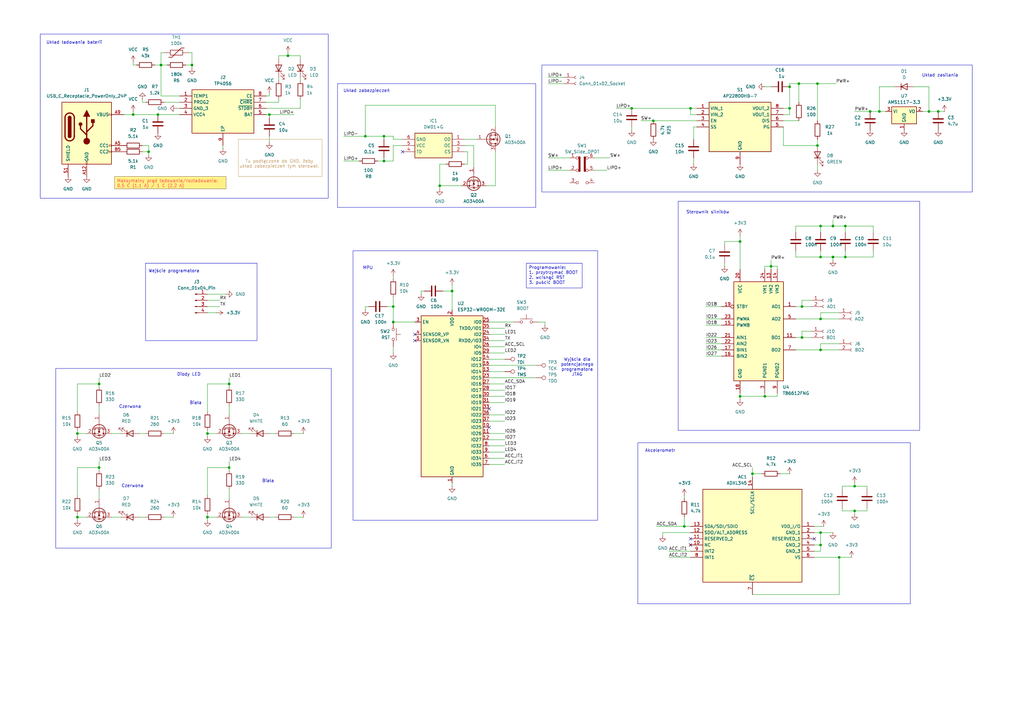
<source format=kicad_sch>
(kicad_sch (version 20231120) (generator "eeschema") (generator_version "8.0")
  (paper "A3")
  (title_block (title "Mini RC Car") (date "2024-11-25") (rev "1.0.0") (company "Igor Santarek, Kamil Lewiński"))
  (junction (at 341.63 92.71))
  (junction (at 336.55 218.44))
  (junction (at 157.48 55.88))
  (junction (at 40.64 157.48))
  (junction (at 110.49 46.99))
  (junction (at 267.97 49.53))
  (junction (at 31.75 212.09))
  (junction (at 60.96 62.23))
  (junction (at 180.34 76.2))
  (junction (at 54.61 46.99))
  (junction (at 323.85 35.56))
  (junction (at 85.09 212.09))
  (junction (at 336.55 143.51))
  (junction (at 161.29 132.08))
  (junction (at 185.42 119.38))
  (junction (at 336.55 105.41))
  (junction (at 161.29 125.73))
  (junction (at 118.11 22.86))
  (junction (at 341.63 105.41))
  (junction (at 335.28 59.69))
  (junction (at 85.09 177.8))
  (junction (at 93.98 191.77))
  (junction (at 323.85 44.45))
  (junction (at 93.98 157.48))
  (junction (at 303.53 99.06))
  (junction (at 350.52 199.39))
  (junction (at 313.69 162.56))
  (junction (at 157.48 66.04))
  (junction (at 344.17 228.6))
  (junction (at 346.71 105.41))
  (junction (at 149.86 55.88))
  (junction (at 316.23 109.22))
  (junction (at 66.04 26.67))
  (junction (at 336.55 130.81))
  (junction (at 328.93 138.43))
  (junction (at 328.93 125.73))
  (junction (at 40.64 191.77))
  (junction (at 356.87 45.72))
  (junction (at 259.08 44.45))
  (junction (at 64.77 46.99))
  (junction (at 336.55 223.52))
  (junction (at 335.28 34.29))
  (junction (at 31.75 177.8))
  (junction (at 78.74 26.67))
  (junction (at 327.66 34.29))
  (junction (at 283.21 44.45))
  (junction (at 280.67 215.9))
  (junction (at 308.61 194.31))
  (junction (at 384.81 45.72))
  (junction (at 336.55 92.71))
  (junction (at 381 45.72))
  (junction (at 303.53 162.56))
  (junction (at 346.71 92.71))
  (junction (at 350.52 209.55))
  (junction (at 360.68 45.72))
  (no_connect (at 200.66 175.26))
  (no_connect (at 200.66 167.64))
  (no_connect (at 170.18 139.7))
  (no_connect (at 283.21 220.98))
  (no_connect (at 170.18 137.16))
  (no_connect (at 334.01 220.98))
  (no_connect (at 283.21 223.52))
  (no_connect (at 165.1 62.23))
  (wire (pts (xy 120.65 177.8) (xy 124.46 177.8)))
  (wire (pts (xy 332.74 123.19) (xy 328.93 123.19)))
  (wire (pts (xy 40.64 189.23) (xy 40.64 191.77)))
  (wire (pts (xy 200.66 172.72) (xy 207.01 172.72)))
  (wire (pts (xy 93.98 191.77) (xy 93.98 193.04)))
  (wire (pts (xy 289.56 133.35) (xy 295.91 133.35)))
  (wire (pts (xy 78.74 21.59) (xy 78.74 26.67)))
  (wire (pts (xy 335.28 34.29) (xy 342.9 34.29)))
  (wire (pts (xy 151.13 125.73) (xy 149.86 125.73)))
  (wire (pts (xy 336.55 218.44) (xy 334.01 218.44)))
  (wire (pts (xy 200.66 134.62) (xy 207.01 134.62)))
  (wire (pts (xy 336.55 92.71) (xy 336.55 95.25)))
  (wire (pts (xy 58.42 40.64) (xy 58.42 41.91)))
  (wire (pts (xy 274.32 228.6) (xy 283.21 228.6)))
  (wire (pts (xy 110.49 55.88) (xy 110.49 58.42)))
  (wire (pts (xy 31.75 157.48) (xy 40.64 157.48)))
  (wire (pts (xy 161.29 113.03) (xy 161.29 114.3)))
  (wire (pts (xy 344.17 243.84) (xy 308.61 243.84)))
  (wire (pts (xy 54.61 26.67) (xy 54.61 25.4)))
  (wire (pts (xy 93.98 166.37) (xy 93.98 170.18)))
  (wire (pts (xy 381 35.56) (xy 381 45.72)))
  (wire (pts (xy 346.71 92.71) (xy 358.14 92.71)))
  (wire (pts (xy 200.66 177.8) (xy 207.01 177.8)))
  (wire (pts (xy 149.86 125.73) (xy 149.86 127)))
  (wire (pts (xy 161.29 57.15) (xy 165.1 57.15)))
  (wire (pts (xy 336.55 92.71) (xy 341.63 92.71)))
  (wire (pts (xy 336.55 226.06) (xy 334.01 226.06)))
  (wire (pts (xy 67.31 41.91) (xy 73.66 41.91)))
  (wire (pts (xy 341.63 105.41) (xy 341.63 106.68)))
  (wire (pts (xy 220.98 132.08) (xy 223.52 132.08)))
  (wire (pts (xy 109.22 44.45) (xy 123.19 44.45)))
  (wire (pts (xy 259.08 52.07) (xy 259.08 53.34)))
  (wire (pts (xy 67.31 212.09) (xy 71.12 212.09)))
  (wire (pts (xy 72.39 44.45) (xy 73.66 44.45)))
  (wire (pts (xy 336.55 105.41) (xy 341.63 105.41)))
  (wire (pts (xy 326.39 92.71) (xy 326.39 95.25)))
  (wire (pts (xy 114.3 31.75) (xy 114.3 33.02)))
  (wire (pts (xy 161.29 132.08) (xy 161.29 125.73)))
  (wire (pts (xy 200.66 160.02) (xy 207.01 160.02)))
  (wire (pts (xy 280.67 204.47) (xy 280.67 203.2)))
  (wire (pts (xy 99.06 177.8) (xy 102.87 177.8)))
  (wire (pts (xy 85.09 128.27) (xy 88.9 128.27)))
  (wire (pts (xy 284.48 52.07) (xy 285.75 52.07)))
  (wire (pts (xy 303.53 162.56) (xy 303.53 163.83)))
  (wire (pts (xy 318.77 109.22) (xy 318.77 110.49)))
  (wire (pts (xy 341.63 90.17) (xy 341.63 92.71)))
  (wire (pts (xy 356.87 45.72) (xy 360.68 45.72)))
  (wire (pts (xy 189.23 76.2) (xy 180.34 76.2)))
  (wire (pts (xy 262.89 49.53) (xy 267.97 49.53)))
  (wire (pts (xy 223.52 132.08) (xy 223.52 133.35)))
  (wire (pts (xy 58.42 62.23) (xy 60.96 62.23)))
  (wire (pts (xy 31.75 179.07) (xy 31.75 177.8)))
  (wire (pts (xy 289.56 138.43) (xy 295.91 138.43)))
  (wire (pts (xy 66.04 26.67) (xy 68.58 26.67)))
  (wire (pts (xy 67.31 21.59) (xy 66.04 21.59)))
  (wire (pts (xy 355.6 209.55) (xy 350.52 209.55)))
  (wire (pts (xy 313.69 162.56) (xy 313.69 161.29)))
  (wire (pts (xy 345.44 199.39) (xy 345.44 200.66)))
  (wire (pts (xy 326.39 105.41) (xy 336.55 105.41)))
  (wire (pts (xy 180.34 67.31) (xy 180.34 76.2)))
  (wire (pts (xy 181.61 119.38) (xy 185.42 119.38)))
  (wire (pts (xy 374.65 35.56) (xy 381 35.56)))
  (wire (pts (xy 328.93 125.73) (xy 332.74 125.73)))
  (wire (pts (xy 345.44 199.39) (xy 350.52 199.39)))
  (wire (pts (xy 85.09 179.07) (xy 85.09 177.8)))
  (wire (pts (xy 58.42 59.69) (xy 60.96 59.69)))
  (wire (pts (xy 224.79 69.85) (xy 233.68 69.85)))
  (wire (pts (xy 344.17 140.97) (xy 336.55 140.97)))
  (wire (pts (xy 180.34 77.47) (xy 180.34 76.2)))
  (wire (pts (xy 308.61 194.31) (xy 308.61 195.58)))
  (wire (pts (xy 336.55 143.51) (xy 344.17 143.51)))
  (wire (pts (xy 31.75 213.36) (xy 31.75 212.09)))
  (wire (pts (xy 283.21 46.99) (xy 285.75 46.99)))
  (wire (pts (xy 367.03 35.56) (xy 360.68 35.56)))
  (wire (pts (xy 303.53 161.29) (xy 303.53 162.56)))
  (wire (pts (xy 336.55 140.97) (xy 336.55 143.51)))
  (wire (pts (xy 85.09 176.53) (xy 85.09 177.8)))
  (wire (pts (xy 337.82 215.9) (xy 334.01 215.9)))
  (wire (pts (xy 190.5 59.69) (xy 194.31 59.69)))
  (wire (pts (xy 344.17 128.27) (xy 336.55 128.27)))
  (wire (pts (xy 321.31 44.45) (xy 323.85 44.45)))
  (wire (pts (xy 123.19 22.86) (xy 123.19 24.13)))
  (wire (pts (xy 203.2 76.2) (xy 199.39 76.2)))
  (wire (pts (xy 78.74 26.67) (xy 76.2 26.67)))
  (wire (pts (xy 267.97 49.53) (xy 285.75 49.53)))
  (wire (pts (xy 85.09 157.48) (xy 85.09 168.91)))
  (wire (pts (xy 99.06 212.09) (xy 102.87 212.09)))
  (wire (pts (xy 360.68 45.72) (xy 363.22 45.72)))
  (wire (pts (xy 157.48 64.77) (xy 157.48 66.04)))
  (wire (pts (xy 120.65 212.09) (xy 124.46 212.09)))
  (wire (pts (xy 336.55 223.52) (xy 336.55 226.06)))
  (wire (pts (xy 328.93 135.89) (xy 328.93 138.43)))
  (wire (pts (xy 114.3 22.86) (xy 114.3 24.13)))
  (wire (pts (xy 93.98 189.23) (xy 93.98 191.77)))
  (wire (pts (xy 321.31 59.69) (xy 335.28 59.69)))
  (wire (pts (xy 289.56 130.81) (xy 295.91 130.81)))
  (wire (pts (xy 110.49 177.8) (xy 113.03 177.8)))
  (wire (pts (xy 200.66 152.4) (xy 207.01 152.4)))
  (wire (pts (xy 200.66 132.08) (xy 210.82 132.08)))
  (wire (pts (xy 157.48 55.88) (xy 157.48 57.15)))
  (wire (pts (xy 316.23 109.22) (xy 318.77 109.22)))
  (wire (pts (xy 185.42 119.38) (xy 185.42 127)))
  (wire (pts (xy 93.98 157.48) (xy 93.98 158.75)))
  (wire (pts (xy 200.66 185.42) (xy 207.01 185.42)))
  (wire (pts (xy 384.81 45.72) (xy 387.35 45.72)))
  (wire (pts (xy 326.39 138.43) (xy 328.93 138.43)))
  (wire (pts (xy 172.72 120.65) (xy 172.72 119.38)))
  (wire (pts (xy 78.74 26.67) (xy 78.74 27.94)))
  (wire (pts (xy 31.75 210.82) (xy 31.75 212.09)))
  (wire (pts (xy 161.29 55.88) (xy 161.29 57.15)))
  (wire (pts (xy 283.21 44.45) (xy 285.75 44.45)))
  (wire (pts (xy 57.15 177.8) (xy 59.69 177.8)))
  (wire (pts (xy 40.64 191.77) (xy 40.64 193.04)))
  (wire (pts (xy 224.79 64.77) (xy 233.68 64.77)))
  (wire (pts (xy 326.39 125.73) (xy 328.93 125.73)))
  (wire (pts (xy 110.49 46.99) (xy 120.65 46.99)))
  (wire (pts (xy 85.09 177.8) (xy 88.9 177.8)))
  (wire (pts (xy 114.3 22.86) (xy 118.11 22.86)))
  (wire (pts (xy 118.11 21.59) (xy 118.11 22.86)))
  (wire (pts (xy 191.77 62.23) (xy 191.77 67.31)))
  (wire (pts (xy 349.25 228.6) (xy 344.17 228.6)))
  (wire (pts (xy 326.39 143.51) (xy 336.55 143.51)))
  (wire (pts (xy 316.23 106.68) (xy 316.23 109.22)))
  (wire (pts (xy 200.66 157.48) (xy 207.01 157.48)))
  (wire (pts (xy 147.32 66.04) (xy 140.97 66.04)))
  (wire (pts (xy 190.5 62.23) (xy 191.77 62.23)))
  (wire (pts (xy 31.75 191.77) (xy 40.64 191.77)))
  (wire (pts (xy 66.04 26.67) (xy 66.04 39.37)))
  (wire (pts (xy 269.24 215.9) (xy 280.67 215.9)))
  (wire (pts (xy 31.75 177.8) (xy 35.56 177.8)))
  (wire (pts (xy 182.88 67.31) (xy 180.34 67.31)))
  (wire (pts (xy 203.2 62.23) (xy 203.2 76.2)))
  (wire (pts (xy 31.75 191.77) (xy 31.75 203.2)))
  (wire (pts (xy 85.09 212.09) (xy 88.9 212.09)))
  (wire (pts (xy 185.42 198.12) (xy 185.42 199.39)))
  (wire (pts (xy 297.18 100.33) (xy 297.18 99.06)))
  (wire (pts (xy 66.04 39.37) (xy 73.66 39.37)))
  (wire (pts (xy 327.66 34.29) (xy 335.28 34.29)))
  (wire (pts (xy 358.14 102.87) (xy 358.14 105.41)))
  (wire (pts (xy 328.93 123.19) (xy 328.93 125.73)))
  (wire (pts (xy 350.52 45.72) (xy 356.87 45.72)))
  (wire (pts (xy 114.3 41.91) (xy 109.22 41.91)))
  (wire (pts (xy 323.85 35.56) (xy 323.85 44.45)))
  (wire (pts (xy 91.44 59.69) (xy 91.44 60.96)))
  (wire (pts (xy 85.09 123.19) (xy 90.17 123.19)))
  (wire (pts (xy 323.85 34.29) (xy 323.85 35.56)))
  (wire (pts (xy 157.48 66.04) (xy 154.94 66.04)))
  (wire (pts (xy 289.56 146.05) (xy 295.91 146.05)))
  (wire (pts (xy 313.69 162.56) (xy 318.77 162.56)))
  (wire (pts (xy 316.23 109.22) (xy 316.23 110.49)))
  (wire (pts (xy 336.55 218.44) (xy 336.55 223.52)))
  (wire (pts (xy 50.8 46.99) (xy 54.61 46.99)))
  (wire (pts (xy 58.42 41.91) (xy 59.69 41.91)))
  (wire (pts (xy 316.23 109.22) (xy 313.69 109.22)))
  (wire (pts (xy 200.66 147.32) (xy 207.01 147.32)))
  (wire (pts (xy 308.61 191.77) (xy 308.61 194.31)))
  (wire (pts (xy 259.08 44.45) (xy 283.21 44.45)))
  (wire (pts (xy 350.52 210.82) (xy 350.52 209.55)))
  (wire (pts (xy 161.29 55.88) (xy 157.48 55.88)))
  (wire (pts (xy 289.56 143.51) (xy 295.91 143.51)))
  (wire (pts (xy 321.31 59.69) (xy 321.31 52.07)))
  (wire (pts (xy 252.73 44.45) (xy 259.08 44.45)))
  (wire (pts (xy 54.61 26.67) (xy 55.88 26.67)))
  (wire (pts (xy 350.52 198.12) (xy 350.52 199.39)))
  (wire (pts (xy 45.72 177.8) (xy 49.53 177.8)))
  (wire (pts (xy 60.96 62.23) (xy 60.96 63.5)))
  (wire (pts (xy 158.75 125.73) (xy 161.29 125.73)))
  (wire (pts (xy 358.14 105.41) (xy 346.71 105.41)))
  (wire (pts (xy 85.09 157.48) (xy 93.98 157.48)))
  (wire (pts (xy 283.21 44.45) (xy 283.21 46.99)))
  (wire (pts (xy 341.63 105.41) (xy 346.71 105.41)))
  (wire (pts (xy 110.49 38.1) (xy 110.49 39.37)))
  (wire (pts (xy 31.75 212.09) (xy 35.56 212.09)))
  (wire (pts (xy 297.18 99.06) (xy 303.53 99.06)))
  (wire (pts (xy 40.64 166.37) (xy 40.64 170.18)))
  (wire (pts (xy 157.48 55.88) (xy 149.86 55.88)))
  (wire (pts (xy 118.11 22.86) (xy 123.19 22.86)))
  (wire (pts (xy 66.04 21.59) (xy 66.04 26.67)))
  (wire (pts (xy 271.78 218.44) (xy 283.21 218.44)))
  (wire (pts (xy 203.2 43.18) (xy 149.86 43.18)))
  (wire (pts (xy 326.39 130.81) (xy 336.55 130.81)))
  (wire (pts (xy 335.28 67.31) (xy 335.28 69.85)))
  (wire (pts (xy 85.09 125.73) (xy 90.17 125.73)))
  (wire (pts (xy 289.56 140.97) (xy 295.91 140.97)))
  (wire (pts (xy 345.44 208.28) (xy 345.44 209.55)))
  (wire (pts (xy 200.66 144.78) (xy 207.01 144.78)))
  (wire (pts (xy 280.67 215.9) (xy 283.21 215.9)))
  (wire (pts (xy 289.56 125.73) (xy 295.91 125.73)))
  (wire (pts (xy 336.55 223.52) (xy 334.01 223.52)))
  (wire (pts (xy 200.66 139.7) (xy 207.01 139.7)))
  (wire (pts (xy 85.09 210.82) (xy 85.09 212.09)))
  (wire (pts (xy 274.32 226.06) (xy 283.21 226.06)))
  (wire (pts (xy 77.47 21.59) (xy 78.74 21.59)))
  (wire (pts (xy 200.66 149.86) (xy 219.71 149.86)))
  (wire (pts (xy 326.39 102.87) (xy 326.39 105.41)))
  (wire (pts (xy 224.79 34.29) (xy 231.14 34.29)))
  (wire (pts (xy 123.19 44.45) (xy 123.19 40.64)))
  (wire (pts (xy 54.61 45.72) (xy 54.61 46.99)))
  (wire (pts (xy 335.28 49.53) (xy 335.28 34.29)))
  (wire (pts (xy 93.98 200.66) (xy 93.98 204.47)))
  (wire (pts (xy 243.84 64.77) (xy 250.19 64.77)))
  (wire (pts (xy 161.29 59.69) (xy 165.1 59.69)))
  (wire (pts (xy 328.93 138.43) (xy 332.74 138.43)))
  (wire (pts (xy 40.64 157.48) (xy 40.64 158.75)))
  (wire (pts (xy 327.66 49.53) (xy 321.31 49.53)))
  (wire (pts (xy 321.31 46.99) (xy 323.85 46.99)))
  (wire (pts (xy 200.66 190.5) (xy 207.01 190.5)))
  (wire (pts (xy 93.98 154.94) (xy 93.98 157.48)))
  (wire (pts (xy 323.85 44.45) (xy 323.85 46.99)))
  (wire (pts (xy 224.79 31.75) (xy 231.14 31.75)))
  (wire (pts (xy 85.09 120.65) (xy 92.71 120.65)))
  (wire (pts (xy 336.55 130.81) (xy 344.17 130.81)))
  (wire (pts (xy 109.22 46.99) (xy 110.49 46.99)))
  (wire (pts (xy 313.69 109.22) (xy 313.69 110.49)))
  (wire (pts (xy 318.77 162.56) (xy 318.77 161.29)))
  (wire (pts (xy 243.84 69.85) (xy 248.92 69.85)))
  (wire (pts (xy 200.66 137.16) (xy 207.01 137.16)))
  (wire (pts (xy 161.29 66.04) (xy 161.29 59.69)))
  (wire (pts (xy 378.46 45.72) (xy 381 45.72)))
  (wire (pts (xy 344.17 228.6) (xy 334.01 228.6)))
  (wire (pts (xy 185.42 116.84) (xy 185.42 119.38)))
  (wire (pts (xy 271.78 219.71) (xy 271.78 218.44)))
  (wire (pts (xy 63.5 26.67) (xy 66.04 26.67)))
  (wire (pts (xy 60.96 59.69) (xy 60.96 62.23)))
  (wire (pts (xy 54.61 46.99) (xy 64.77 46.99)))
  (wire (pts (xy 200.66 165.1) (xy 207.01 165.1)))
  (wire (pts (xy 161.29 66.04) (xy 157.48 66.04)))
  (wire (pts (xy 341.63 218.44) (xy 336.55 218.44)))
  (wire (pts (xy 303.53 99.06) (xy 303.53 110.49)))
  (wire (pts (xy 346.71 102.87) (xy 346.71 105.41)))
  (wire (pts (xy 172.72 119.38) (xy 173.99 119.38)))
  (wire (pts (xy 327.66 34.29) (xy 327.66 41.91)))
  (wire (pts (xy 31.75 176.53) (xy 31.75 177.8)))
  (wire (pts (xy 110.49 212.09) (xy 113.03 212.09)))
  (wire (pts (xy 45.72 212.09) (xy 49.53 212.09)))
  (wire (pts (xy 303.53 162.56) (xy 313.69 162.56)))
  (wire (pts (xy 31.75 157.48) (xy 31.75 168.91)))
  (wire (pts (xy 194.31 59.69) (xy 194.31 68.58)))
  (wire (pts (xy 85.09 191.77) (xy 93.98 191.77)))
  (wire (pts (xy 110.49 39.37) (xy 109.22 39.37)))
  (wire (pts (xy 345.44 209.55) (xy 350.52 209.55)))
  (wire (pts (xy 40.64 154.94) (xy 40.64 157.48)))
  (wire (pts (xy 110.49 46.99) (xy 110.49 48.26)))
  (wire (pts (xy 200.66 162.56) (xy 207.01 162.56)))
  (wire (pts (xy 284.48 64.77) (xy 284.48 67.31)))
  (wire (pts (xy 284.48 57.15) (xy 284.48 52.07)))
  (wire (pts (xy 149.86 43.18) (xy 149.86 55.88)))
  (wire (pts (xy 335.28 59.69) (xy 335.28 57.15)))
  (wire (pts (xy 320.04 194.31) (xy 323.85 194.31)))
  (wire (pts (xy 200.66 182.88) (xy 207.01 182.88)))
  (wire (pts (xy 195.58 57.15) (xy 190.5 57.15)))
  (wire (pts (xy 57.15 212.09) (xy 59.69 212.09)))
  (wire (pts (xy 303.53 96.52) (xy 303.53 99.06)))
  (wire (pts (xy 161.29 125.73) (xy 161.29 121.92)))
  (wire (pts (xy 191.77 67.31) (xy 190.5 67.31)))
  (wire (pts (xy 313.69 35.56) (xy 316.23 35.56)))
  (wire (pts (xy 336.55 102.87) (xy 336.55 105.41)))
  (wire (pts (xy 381 45.72) (xy 384.81 45.72)))
  (wire (pts (xy 308.61 194.31) (xy 312.42 194.31)))
  (wire (pts (xy 346.71 92.71) (xy 346.71 95.25)))
  (wire (pts (xy 85.09 213.36) (xy 85.09 212.09)))
  (wire (pts (xy 200.66 170.18) (xy 207.01 170.18)))
  (wire (pts (xy 203.2 43.18) (xy 203.2 52.07)))
  (wire (pts (xy 332.74 135.89) (xy 328.93 135.89)))
  (wire (pts (xy 336.55 92.71) (xy 326.39 92.71)))
  (wire (pts (xy 200.66 187.96) (xy 207.01 187.96)))
  (wire (pts (xy 341.63 92.71) (xy 346.71 92.71)))
  (wire (pts (xy 200.66 154.94) (xy 219.71 154.94)))
  (wire (pts (xy 149.86 55.88) (xy 140.97 55.88)))
  (wire (pts (xy 323.85 34.29) (xy 327.66 34.29)))
  (wire (pts (xy 344.17 228.6) (xy 344.17 243.84)))
  (wire (pts (xy 297.18 107.95) (xy 297.18 109.22)))
  (wire (pts (xy 85.09 191.77) (xy 85.09 203.2)))
  (wire (pts (xy 123.19 33.02) (xy 123.19 31.75)))
  (wire (pts (xy 280.67 212.09) (xy 280.67 215.9)))
  (wire (pts (xy 358.14 92.71) (xy 358.14 95.25)))
  (wire (pts (xy 200.66 142.24) (xy 207.01 142.24)))
  (wire (pts (xy 360.68 35.56) (xy 360.68 45.72)))
  (wire (pts (xy 355.6 208.28) (xy 355.6 209.55)))
  (wire (pts (xy 355.6 199.39) (xy 350.52 199.39)))
  (wire (pts (xy 161.29 142.24) (xy 161.29 144.78)))
  (wire (pts (xy 355.6 200.66) (xy 355.6 199.39)))
  (wire (pts (xy 40.64 200.66) (xy 40.64 204.47)))
  (wire (pts (xy 200.66 180.34) (xy 207.01 180.34)))
  (wire (pts (xy 336.55 128.27) (xy 336.55 130.81)))
  (wire (pts (xy 67.31 177.8) (xy 71.12 177.8)))
  (wire (pts (xy 64.77 46.99) (xy 73.66 46.99)))
  (wire (pts (xy 114.3 40.64) (xy 114.3 41.91)))
  (wire (pts (xy 170.18 132.08) (xy 161.29 132.08)))
  (rectangle (start 97.79 57.15) (end 132.08 72.39) (stroke (width 0) (color 193 151 93 1)))
  (rectangle (start 138.43 34.29) (end 219.71 85.09))
  (rectangle (start 261.62 181.61) (end 373.38 247.65))
  (rectangle (start 222.25 26.67) (end 398.78 78.74))
  (rectangle (start 59.69 107.95) (end 105.41 139.7))
  (rectangle (start 278.13 82.55) (end 377.19 176.53))
  (rectangle (start 22.86 151.13) (end 135.89 224.79))
  (rectangle (start 144.78 102.87) (end 245.11 213.36))
  (rectangle (start 16.51 13.97) (end 134.62 81.28))
  (text_box "Programowanie:\n1. przytrzymać BOOT\n2. wcisnąć RST\n3. puścić BOOT" (at 215.9 107.95 0) (size 22.86 10.16) (effects (font (size 1.27 1.27)) (justify left top)))
  (text_box "Maksymalny prąd ładowania/rozładowania: 0,5 C (1,1 A) / 1 C (2,2 A)" (at 46.99 72.39 0) (size 45.72 5.08) (stroke (width 0) (color 130 94 80 1)) (fill (type color) (color 255 240 134 1)) (effects (font (size 1.27 1.27)) (justify left top)))
  (text "Wyjścia dla\npotencjalnego\nprogramatora\nJTAG" (at 236.728 150.622 0) (effects (font (size 1.27 1.27))))
  (text "Tu podłączone do GND, żeby\nukład zabezpieczeń tym sterował." (at 114.554 67.31 0) (effects (font (size 1.27 1.27))))
  (text "Wejście programatora" (at 71.374 111.252 0) (effects (font (size 1.27 1.27))))
  (text "Czerwona" (at 54.356 199.39 0) (effects (font (size 1.27 1.27))))
  (text "Sterownik silników" (at 290.322 87.122 0) (effects (font (size 1.27 1.27))))
  (text "Diody LED" (at 77.47 153.67 0) (effects (font (size 1.27 1.27))))
  (text "Układ ładowania baterii" (at 30.48 17.526 0) (effects (font (size 1.27 1.27))))
  (text "Biała" (at 80.264 165.354 0) (effects (font (size 1.27 1.27))))
  (text "Akcelerometr" (at 270.764 184.912 0) (effects (font (size 1.27 1.27))))
  (text "Układ zasilania" (at 385.572 30.988 0) (effects (font (size 1.27 1.27))))
  (text "Biała" (at 109.982 197.358 0) (effects (font (size 1.27 1.27))))
  (text "MPU" (at 150.876 109.982 0) (effects (font (size 1.27 1.27))))
  (text "Układ zabezpieczeń" (at 150.368 37.338 0) (effects (font (size 1.27 1.27))))
  (text "Czerwona" (at 53.34 166.878 0) (effects (font (size 1.27 1.27))))
  (label "LIPO+" (at 252.73 44.45 0))
  (label "IO18" (at 207.01 162.56 0))
  (label "SW+" (at 224.79 64.77 0))
  (label "ACC_SCL" (at 308.61 191.77 180))
  (label "LED1" (at 93.98 154.94 0))
  (label "TX" (at 90.17 125.73 0))
  (label "IO17" (at 207.01 160.02 0))
  (label "IO19" (at 289.56 130.81 0))
  (label "PWR+" (at 341.63 90.17 0))
  (label "RX" (at 90.17 123.19 0))
  (label "LED2" (at 40.64 154.94 0))
  (label "TX" (at 207.01 139.7 0))
  (label "RX" (at 207.01 134.62 0))
  (label "IO19" (at 207.01 165.1 0))
  (label "ACC_SDA" (at 269.24 215.9 0))
  (label "IO22" (at 207.01 170.18 0))
  (label "PWR+" (at 342.9 34.29 0))
  (label "LIPO+" (at 224.79 31.75 0))
  (label "SW+" (at 262.89 49.53 0))
  (label "PWR+" (at 350.52 45.72 0))
  (label "ACC_IT2" (at 207.01 190.5 0))
  (label "LED2" (at 207.01 144.78 0))
  (label "LED3" (at 207.01 182.88 0))
  (label "IO18" (at 289.56 125.73 0))
  (label "IO22" (at 289.56 138.43 0))
  (label "LIPO-" (at 140.97 55.88 0))
  (label "LED4" (at 207.01 185.42 0))
  (label "SW+" (at 250.19 64.77 0))
  (label "IO18" (at 289.56 133.35 0))
  (label "ACC_SCL" (at 207.01 142.24 0))
  (label "ACC_IT2" (at 274.32 228.6 0))
  (label "LED4" (at 93.98 189.23 0))
  (label "IO27" (at 207.01 180.34 0))
  (label "LIPO+" (at 140.97 66.04 0))
  (label "ACC_IT1" (at 274.32 226.06 0))
  (label "LIPO-" (at 224.79 34.29 0))
  (label "LED1" (at 207.01 137.16 0))
  (label "LIPO+" (at 120.65 46.99 180))
  (label "IO23" (at 207.01 172.72 0))
  (label "IO26" (at 207.01 177.8 0))
  (label "IO23" (at 289.56 140.97 0))
  (label "LIPO+" (at 224.79 69.85 0))
  (label "ACC_SDA" (at 207.01 157.48 0))
  (label "LED3" (at 40.64 189.23 0))
  (label "ACC_IT1" (at 207.01 187.96 0))
  (label "IO27" (at 289.56 146.05 0))
  (label "PWR+" (at 316.23 106.68 0))
  (label "IO26" (at 289.56 143.51 0))
  (label "LIPO+" (at 248.92 69.85 0))
  (symbol (lib_id "Device:R") (at 123.19 36.83 0) (unit 1)
    (property "Reference" "R4" (at 125.73 35.5599 0) (effects (justify left)))
    (property "Value" "1k" (at 125.73 38.0999 0) (effects (justify left)))
    (property "Footprint" "Resistor_SMD:R_0603_1608Metric_Pad0.98x0.95mm_HandSolder" (effects (hide yes)))
    (property "Description" "Resistor" (effects (hide yes)))
  )
  (symbol (lib_id "Device:C") (at 346.71 99.06 0) (unit 1)
    (property "Reference" "C10" (at 350.52 97.7899 0) (effects (justify left)))
    (property "Value" "100n" (at 350.52 100.3299 0) (effects (justify left)))
    (property "Footprint" "Capacitor_SMD:C_0603_1608Metric_Pad1.08x0.95mm_HandSolder" (effects (hide yes)))
    (property "Description" "Unpolarized capacitor" (effects (hide yes)))
  )
  (symbol (lib_id "Device:C") (at 355.6 204.47 0) (unit 1)
    (property "Reference" "C13" (at 359.41 203.1999 0) (effects (justify left)))
    (property "Value" "100n" (at 359.41 205.7399 0) (effects (justify left)))
    (property "Footprint" "Capacitor_SMD:C_0603_1608Metric_Pad1.08x0.95mm_HandSolder" (effects (hide yes)))
    (property "Description" "Unpolarized capacitor" (effects (hide yes)))
  )
  (symbol (lib_id "power:+3.3V") (at 387.35 45.72 0) (unit 1)
    (property "Reference" "#PWR08" (effects (hide yes)))
    (property "Value" "+3.3V" (at 387.35 40.64 0))
    (property "Description" "Power symbol creates a global label with name \"+3.3V\"" (effects (hide yes)))
  )
  (symbol (lib_id "Device:R") (at 93.98 196.85 180) (unit 1)
    (property "Reference" "R19" (at 96.52 195.5799 0) (effects (justify right)))
    (property "Value" "330" (at 96.52 198.1199 0) (effects (justify right)))
    (property "Footprint" "Resistor_SMD:R_0603_1608Metric_Pad0.98x0.95mm_HandSolder" (effects (hide yes)))
    (property "Description" "Resistor" (effects (hide yes)))
  )
  (symbol (lib_id "power:+3.3V") (at 185.42 116.84 0) (unit 1)
    (property "Reference" "#PWR03" (effects (hide yes)))
    (property "Value" "+3.3V" (at 185.42 111.76 0))
    (property "Description" "Power symbol creates a global label with name \"+3.3V\"" (effects (hide yes)))
  )
  (symbol (lib_id "Device:C") (at 259.08 48.26 0) (mirror x) (unit 1)
    (property "Reference" "C14" (at 255.27 46.9899 0) (effects (justify right)))
    (property "Value" "10u" (at 255.27 49.5299 0) (effects (justify right)))
    (property "Footprint" "Capacitor_SMD:C_0603_1608Metric_Pad1.08x0.95mm_HandSolder" (effects (hide yes)))
    (property "Description" "Unpolarized capacitor" (effects (hide yes)))
  )
  (symbol (lib_id "Device:R") (at 63.5 41.91 90) (unit 1)
    (property "Reference" "R7" (at 63.5 35.56 90))
    (property "Value" "1.2k" (at 63.5 38.1 90))
    (property "Footprint" "Resistor_SMD:R_0603_1608Metric_Pad0.98x0.95mm_HandSolder" (effects (hide yes)))
    (property "Description" "Resistor" (effects (hide yes)))
  )
  (symbol (lib_id "power:VCC") (at 118.11 21.59 0) (unit 1)
    (property "Reference" "#PWR012" (effects (hide yes)))
    (property "Value" "VCC" (at 118.11 16.51 0))
    (property "Description" "Power symbol creates a global label with name \"VCC\"" (effects (hide yes)))
  )
  (symbol (lib_id "Connector:Conn_01x02_Socket") (at 349.25 140.97 0) (unit 1)
    (property "Reference" "J6" (at 350.52 140.9699 0) (effects (justify left)))
    (property "Value" "BO2" (at 350.52 143.5099 0) (effects (justify left)))
    (property "Description" "Generic connector, single row, 01x02, script generated" (effects (hide yes)))
  )
  (symbol (lib_id "Device:C") (at 345.44 204.47 0) (mirror y) (unit 1)
    (property "Reference" "C12" (at 341.63 203.1999 0) (effects (justify left)))
    (property "Value" "100n" (at 341.63 205.7399 0) (effects (justify left)))
    (property "Footprint" "Capacitor_SMD:C_0603_1608Metric_Pad1.08x0.95mm_HandSolder" (effects (hide yes)))
    (property "Description" "Unpolarized capacitor" (effects (hide yes)))
  )
  (symbol (lib_id "power:+3V3") (at 337.82 215.9 0) (mirror y) (unit 1)
    (property "Reference" "#PWR028" (effects (hide yes)))
    (property "Value" "+3V3" (at 337.82 210.82 0))
    (property "Description" "Power symbol creates a global label with name \"+3V3\"" (effects (hide yes)))
  )
  (symbol (lib_id "SamacSys_Parts:AP22800HB-7") (at 285.75 44.45 0) (unit 1)
    (property "Reference" "S1" (at 303.53 36.83 0))
    (property "Value" "AP22800HB-7" (at 303.53 39.37 0))
    (property "Footprint" "SON50P161X211X60-9N" (effects (hide yes)))
    (property "Datasheet" "https://www.diodes.com//assets/Datasheets/AP22800.pdf" (effects (hide yes)))
    (property "Description" "Power Switch ICs - Power Distribution Load Switch" (effects (hide yes)))
    (property "Height" "0.605" (effects (hide yes)))
    (property "Manufacturer_Name" "Diodes Incorporated" (effects (hide yes)))
    (property "Manufacturer_Part_Number" "AP22800HB-7" (effects (hide yes)))
    (property "Mouser Part Number" "621-AP22800HB-7" (effects (hide yes)))
    (property "Mouser Price/Stock" "https://www.mouser.co.uk/ProductDetail/Diodes-Incorporated/AP22800HB-7?qs=9BjnSzo86S%2FcRh3gewZ%2Ftg%3D%3D" (effects (hide yes)))
    (property "Arrow Part Number" "AP22800HB-7" (effects (hide yes)))
    (property "Arrow Price/Stock" "https://www.arrow.com/en/products/ap22800hb-7/diodes-incorporated?utm_currency=USD&region=nac" (effects (hide yes)))
  )
  (symbol (lib_id "Device:LED") (at 106.68 177.8 0) (mirror x) (unit 1)
    (property "Reference" "D4" (at 105.0925 170.18 0))
    (property "Value" "WHITE" (at 105.0925 172.72 0))
    (property "Footprint" "LED_SMD:LED_0805_2012Metric_Pad1.15x1.40mm_HandSolder" (effects (hide yes)))
    (property "Description" "Light emitting diode" (effects (hide yes)))
  )
  (symbol (lib_id "power:GND") (at 31.75 179.07 0) (unit 1)
    (property "Reference" "#PWR02" (effects (hide yes)))
    (property "Value" "GND" (at 31.75 184.15 0))
    (property "Description" "Power symbol creates a global label with name \"GND\" , ground" (effects (hide yes)))
  )
  (symbol (lib_id "Device:R") (at 335.28 53.34 0) (mirror x) (unit 1)
    (property "Reference" "R27" (at 340.36 52.07 0))
    (property "Value" "1k" (at 340.36 54.61 0))
    (property "Footprint" "Resistor_SMD:R_0603_1608Metric_Pad0.98x0.95mm_HandSolder" (effects (hide yes)))
    (property "Description" "Resistor" (effects (hide yes)))
  )
  (symbol (lib_id "Transistor_FET:AO3400A") (at 93.98 209.55 270) (unit 1)
    (property "Reference" "Q4" (at 93.98 215.9 90))
    (property "Value" "AO3400A" (at 93.98 218.44 90))
    (property "Footprint" "Package_TO_SOT_SMD:SOT-23" (effects (hide yes)))
    (property "Datasheet" "http://www.aosmd.com/pdfs/datasheet/AO3400A.pdf" (effects (hide yes)))
    (property "Description" "30V Vds, 5.7A Id, N-Channel MOSFET, SOT-23" (effects (hide yes)))
  )
  (symbol (lib_id "Connector:Conn_01x04_Pin") (at 80.01 123.19 0) (unit 1)
    (property "Reference" "J3" (at 80.645 115.57 0))
    (property "Value" "Conn_01x04_Pin" (at 80.645 118.11 0))
    (property "Footprint" "Connector_PinHeader_2.54mm:PinHeader_1x04_P2.54mm_Vertical" (effects (hide yes)))
    (property "Description" "Generic connector, single row, 01x04, script generated" (effects (hide yes)))
  )
  (symbol (lib_id "Device:C") (at 177.8 119.38 270) (unit 1)
    (property "Reference" "C6" (at 176.53 123.1899 90) (effects (justify left)))
    (property "Value" "100n" (at 176.53 125.7299 90) (effects (justify left)))
    (property "Footprint" "Capacitor_SMD:C_0603_1608Metric_Pad1.08x0.95mm_HandSolder" (effects (hide yes)))
    (property "Description" "Unpolarized capacitor" (effects (hide yes)))
  )
  (symbol (lib_id "power:+3V3") (at 71.12 212.09 0) (unit 1)
    (property "Reference" "#PWR042" (effects (hide yes)))
    (property "Value" "+3V3" (at 71.12 207.01 0))
    (property "Description" "Power symbol creates a global label with name \"+3V3\"" (effects (hide yes)))
  )
  (symbol (lib_id "Device:LED") (at 106.68 212.09 0) (mirror x) (unit 1)
    (property "Reference" "D5" (at 105.0925 204.47 0))
    (property "Value" "WHITE" (at 105.0925 207.01 0))
    (property "Footprint" "LED_SMD:LED_0805_2012Metric_Pad1.15x1.40mm_HandSolder" (effects (hide yes)))
    (property "Description" "Light emitting diode" (effects (hide yes)))
  )
  (symbol (lib_id "RF_Module:ESP32-WROOM-32E") (at 185.42 162.56 0) (unit 1)
    (property "Reference" "U2" (at 187.6141 124.46 0) (effects (justify left)))
    (property "Value" "ESP32-WROOM-32E" (at 187.6141 127 0) (effects (justify left)))
    (property "Footprint" "RF_Module:ESP32-WROOM-32D" (effects (hide yes)))
    (property "Datasheet" "https://www.espressif.com/sites/default/files/documentation/esp32-wroom-32e_esp32-wroom-32ue_datasheet_en.pdf" (effects (hide yes)))
    (property "Description" "RF Module, ESP32-D0WD-V3 SoC, without PSRAM, Wi-Fi 802.11b/g/n, Bluetooth, BLE, 32-bit, 2.7-3.6V, onboard antenna, SMD" (effects (hide yes)))
  )
  (symbol (lib_id "power:GND") (at 72.39 44.45 270) (unit 1)
    (property "Reference" "#PWR016" (effects (hide yes)))
    (property "Value" "GND" (at 68.58 44.4499 90) (effects (justify right)))
    (property "Description" "Power symbol creates a global label with name \"GND\" , ground" (effects (hide yes)))
  )
  (symbol (lib_id "power:GND") (at 180.34 77.47 0) (unit 1)
    (property "Reference" "#PWR019" (effects (hide yes)))
    (property "Value" "GND" (at 180.34 82.55 0))
    (property "Description" "Power symbol creates a global label with name \"GND\" , ground" (effects (hide yes)))
  )
  (symbol (lib_id "power:GND") (at 271.78 219.71 0) (unit 1)
    (property "Reference" "#PWR034" (effects (hide yes)))
    (property "Value" "GND" (at 271.78 224.79 0))
    (property "Description" "Power symbol creates a global label with name \"GND\" , ground" (effects (hide yes)))
  )
  (symbol (lib_id "power:GND") (at 27.94 72.39 0) (unit 1)
    (property "Reference" "#PWR06" (effects (hide yes)))
    (property "Value" "GND" (at 27.94 77.47 0))
    (property "Description" "Power symbol creates a global label with name \"GND\" , ground" (effects (hide yes)))
  )
  (symbol (lib_id "Device:R") (at 54.61 59.69 90) (unit 1)
    (property "Reference" "R2" (at 54.61 53.34 90))
    (property "Value" "5.1k" (at 54.61 55.88 90))
    (property "Footprint" "Resistor_SMD:R_0603_1608Metric_Pad0.98x0.95mm_HandSolder" (effects (hide yes)))
    (property "Description" "Resistor" (effects (hide yes)))
  )
  (symbol (lib_id "Device:Thermistor") (at 72.39 21.59 270) (unit 1)
    (property "Reference" "TH1" (at 72.39 15.24 90))
    (property "Value" "100k" (at 72.39 17.78 90))
    (property "Footprint" "Resistor_SMD:R_0603_1608Metric_Pad0.98x0.95mm_HandSolder" (effects (hide yes)))
    (property "Description" "Temperature dependent resistor" (effects (hide yes)))
  )
  (symbol (lib_id "Device:C") (at 320.04 35.56 270) (unit 1)
    (property "Reference" "C16" (at 321.818 28.702 90) (effects (justify right)))
    (property "Value" "1u" (at 321.818 31.242 90) (effects (justify right)))
    (property "Footprint" "Capacitor_SMD:C_0603_1608Metric_Pad1.08x0.95mm_HandSolder" (effects (hide yes)))
    (property "Description" "Unpolarized capacitor" (effects (hide yes)))
  )
  (symbol (lib_id "power:GND") (at 64.77 54.61 0) (unit 1)
    (property "Reference" "#PWR09" (effects (hide yes)))
    (property "Value" "GND" (at 64.77 59.69 0))
    (property "Description" "Power symbol creates a global label with name \"GND\" , ground" (effects (hide yes)))
  )
  (symbol (lib_id "Device:R") (at 72.39 26.67 90) (mirror x) (unit 1)
    (property "Reference" "R6" (at 72.39 33.02 90))
    (property "Value" "180k" (at 72.39 30.48 90))
    (property "Footprint" "Resistor_SMD:R_0603_1608Metric_Pad0.98x0.95mm_HandSolder" (effects (hide yes)))
    (property "Description" "Resistor" (effects (hide yes)))
  )
  (symbol (lib_id "Device:LED") (at 114.3 27.94 90) (unit 1)
    (property "Reference" "D2" (at 118.11 28.2574 90) (effects (justify right)))
    (property "Value" "LED" (at 118.11 30.7974 90) (effects (justify right)))
    (property "Footprint" "LED_SMD:LED_0805_2012Metric_Pad1.15x1.40mm_HandSolder" (effects (hide yes)))
    (property "Description" "Light emitting diode" (effects (hide yes)))
  )
  (symbol (lib_id "Device:R") (at 116.84 212.09 90) (unit 1)
    (property "Reference" "R20" (at 116.84 205.74 90))
    (property "Value" "60" (at 116.84 208.28 90))
    (property "Footprint" "Resistor_SMD:R_0603_1608Metric_Pad0.98x0.95mm_HandSolder" (effects (hide yes)))
    (property "Description" "Resistor" (effects (hide yes)))
  )
  (symbol (lib_id "Device:R") (at 267.97 53.34 0) (mirror x) (unit 1)
    (property "Reference" "R25" (at 274.32 53.34 90))
    (property "Value" "4.7k" (at 271.78 53.34 90))
    (property "Footprint" "Resistor_SMD:R_0603_1608Metric_Pad0.98x0.95mm_HandSolder" (effects (hide yes)))
    (property "Description" "Resistor" (effects (hide yes)))
  )
  (symbol (lib_id "Connector:TestPoint") (at 207.01 147.32 270) (unit 1)
    (property "Reference" "TP2" (at 212.09 146.0499 90) (effects (justify left)))
    (property "Value" "TDI" (at 212.09 148.5899 90) (effects (justify left)))
    (property "Description" "test point" (effects (hide yes)))
  )
  (symbol (lib_id "power:+3V3") (at 350.52 198.12 0) (unit 1)
    (property "Reference" "#PWR030" (effects (hide yes)))
    (property "Value" "+3V3" (at 350.52 193.04 0))
    (property "Description" "Power symbol creates a global label with name \"+3V3\"" (effects (hide yes)))
  )
  (symbol (lib_id "Device:R") (at 85.09 207.01 0) (mirror x) (unit 1)
    (property "Reference" "R14" (at 82.55 205.7399 0) (effects (justify right)))
    (property "Value" "10k" (at 82.55 208.2799 0) (effects (justify right)))
    (property "Footprint" "Resistor_SMD:R_0603_1608Metric_Pad0.98x0.95mm_HandSolder" (effects (hide yes)))
    (property "Description" "Resistor" (effects (hide yes)))
  )
  (symbol (lib_id "Device:R") (at 93.98 162.56 180) (unit 1)
    (property "Reference" "R17" (at 96.52 161.2899 0) (effects (justify right)))
    (property "Value" "330" (at 96.52 163.8299 0) (effects (justify right)))
    (property "Footprint" "Resistor_SMD:R_0603_1608Metric_Pad0.98x0.95mm_HandSolder" (effects (hide yes)))
    (property "Description" "Resistor" (effects (hide yes)))
  )
  (symbol (lib_id "Connector:Conn_01x02_Socket") (at 236.22 31.75 0) (unit 1)
    (property "Reference" "J4" (at 237.49 31.7499 0) (effects (justify left)))
    (property "Value" "Conn_01x02_Socket" (at 237.49 34.2899 0) (effects (justify left)))
    (property "Footprint" "Connector_JST:JST_XH_B2B-XH-A_1x02_P2.50mm_Vertical" (effects (hide yes)))
    (property "Description" "Generic connector, single row, 01x02, script generated" (effects (hide yes)))
  )
  (symbol (lib_id "power:GND") (at 384.81 53.34 0) (unit 1)
    (property "Reference" "#PWR07" (effects (hide yes)))
    (property "Value" "GND" (at 384.81 58.42 0))
    (property "Description" "Power symbol creates a global label with name \"GND\" , ground" (effects (hide yes)))
  )
  (symbol (lib_id "Device:D") (at 370.84 35.56 0) (unit 1)
    (property "Reference" "D1" (at 370.84 29.21 0))
    (property "Value" "D" (at 370.84 31.75 0))
    (property "Footprint" "Diode_SMD:D_0603_1608Metric_Pad1.05x0.95mm_HandSolder" (effects (hide yes)))
    (property "Description" "Diode" (effects (hide yes)))
    (property "Sim.Device" "D" (effects (hide yes)))
    (property "Sim.Pins" "1=K 2=A" (effects (hide yes)))
  )
  (symbol (lib_id "Device:R") (at 40.64 196.85 180) (unit 1)
    (property "Reference" "R23" (at 43.18 195.5799 0) (effects (justify right)))
    (property "Value" "330" (at 43.18 198.1199 0) (effects (justify right)))
    (property "Footprint" "Resistor_SMD:R_0603_1608Metric_Pad0.98x0.95mm_HandSolder" (effects (hide yes)))
    (property "Description" "Resistor" (effects (hide yes)))
  )
  (symbol (lib_id "power:+3V3") (at 71.12 177.8 0) (unit 1)
    (property "Reference" "#PWR040" (effects (hide yes)))
    (property "Value" "+3V3" (at 71.12 172.72 0))
    (property "Description" "Power symbol creates a global label with name \"+3V3\"" (effects (hide yes)))
  )
  (symbol (lib_id "power:GND") (at 284.48 67.31 0) (unit 1)
    (property "Reference" "#PWR046" (effects (hide yes)))
    (property "Value" "GND" (at 284.48 72.39 0))
    (property "Description" "Power symbol creates a global label with name \"GND\" , ground" (effects (hide yes)))
  )
  (symbol (lib_id "Switch:SW_Slide_DPDT") (at 238.76 69.85 0) (unit 1)
    (property "Reference" "SW1" (at 238.76 59.69 0))
    (property "Value" "SW_Slide_DPDT" (at 238.76 62.23 0))
    (property "Footprint" "Button_Switch_THT:SW_CK_JS202011AQN_DPDT_Angled" (effects (hide yes)))
    (property "Description" "Slide Switch, dual pole double throw" (effects (hide yes)))
  )
  (symbol (lib_id "power:GND") (at 223.52 133.35 0) (unit 1)
    (property "Reference" "#PWR052" (effects (hide yes)))
    (property "Value" "GND" (at 223.52 138.43 0))
    (property "Description" "Power symbol creates a global label with name \"GND\" , ground" (effects (hide yes)))
  )
  (symbol (lib_id "power:+3V3") (at 303.53 96.52 0) (unit 1)
    (property "Reference" "#PWR026" (effects (hide yes)))
    (property "Value" "+3V3" (at 303.53 91.44 0))
    (property "Description" "Power symbol creates a global label with name \"+3V3\"" (effects (hide yes)))
  )
  (symbol (lib_id "power:VCC") (at 54.61 45.72 0) (unit 1)
    (property "Reference" "#PWR014" (effects (hide yes)))
    (property "Value" "VCC" (at 54.61 40.64 0))
    (property "Description" "Power symbol creates a global label with name \"VCC\"" (effects (hide yes)))
  )
  (symbol (lib_id "Device:R") (at 59.69 26.67 90) (unit 1)
    (property "Reference" "R5" (at 59.69 20.32 90))
    (property "Value" "43k" (at 59.69 22.86 90))
    (property "Footprint" "Resistor_SMD:R_0603_1608Metric_Pad0.98x0.95mm_HandSolder" (effects (hide yes)))
    (property "Description" "Resistor" (effects (hide yes)))
  )
  (symbol (lib_id "power:GND") (at 161.29 144.78 0) (unit 1)
    (property "Reference" "#PWR051" (effects (hide yes)))
    (property "Value" "GND" (at 161.29 149.86 0))
    (property "Description" "Power symbol creates a global label with name \"GND\" , ground" (effects (hide yes)))
  )
  (symbol (lib_id "Device:R") (at 31.75 207.01 0) (mirror x) (unit 1)
    (property "Reference" "R22" (at 29.21 205.7399 0) (effects (justify right)))
    (property "Value" "10k" (at 29.21 208.2799 0) (effects (justify right)))
    (property "Footprint" "Resistor_SMD:R_0603_1608Metric_Pad0.98x0.95mm_HandSolder" (effects (hide yes)))
    (property "Description" "Resistor" (effects (hide yes)))
  )
  (symbol (lib_id "Device:LED") (at 53.34 177.8 0) (mirror x) (unit 1)
    (property "Reference" "D6" (at 51.7525 170.18 0))
    (property "Value" "RED" (at 51.7525 172.72 0))
    (property "Footprint" "LED_SMD:LED_0805_2012Metric_Pad1.15x1.40mm_HandSolder" (effects (hide yes)))
    (property "Description" "Light emitting diode" (effects (hide yes)))
  )
  (symbol (lib_id "Device:R") (at 85.09 172.72 0) (mirror x) (unit 1)
    (property "Reference" "R18" (at 82.55 171.4499 0) (effects (justify right)))
    (property "Value" "10k" (at 82.55 173.9899 0) (effects (justify right)))
    (property "Footprint" "Resistor_SMD:R_0603_1608Metric_Pad0.98x0.95mm_HandSolder" (effects (hide yes)))
    (property "Description" "Resistor" (effects (hide yes)))
  )
  (symbol (lib_id "power:GND") (at 335.28 69.85 0) (unit 1)
    (property "Reference" "#PWR050" (effects (hide yes)))
    (property "Value" "GND" (at 335.28 74.93 0))
    (property "Description" "Power symbol creates a global label with name \"GND\" , ground" (effects (hide yes)))
  )
  (symbol (lib_id "Device:R") (at 151.13 66.04 90) (unit 1)
    (property "Reference" "R8" (at 151.13 72.39 90))
    (property "Value" "100" (at 151.13 69.85 90))
    (property "Footprint" "Resistor_SMD:R_0603_1608Metric_Pad0.98x0.95mm_HandSolder" (effects (hide yes)))
    (property "Description" "Resistor" (effects (hide yes)))
  )
  (symbol (lib_id "power:+3V3") (at 323.85 194.31 0) (unit 1)
    (property "Reference" "#PWR035" (effects (hide yes)))
    (property "Value" "+3V3" (at 323.85 189.23 0))
    (property "Description" "Power symbol creates a global label with name \"+3V3\"" (effects (hide yes)))
  )
  (symbol (lib_id "Device:C") (at 384.81 49.53 0) (unit 1)
    (property "Reference" "C3" (at 388.62 48.2599 0) (effects (justify left)))
    (property "Value" "4.7u" (at 388.62 50.7999 0) (effects (justify left)))
    (property "Footprint" "Capacitor_SMD:C_0603_1608Metric_Pad1.08x0.95mm_HandSolder" (effects (hide yes)))
    (property "Description" "Unpolarized capacitor" (effects (hide yes)))
  )
  (symbol (lib_id "power:+3V3") (at 280.67 203.2 0) (unit 1)
    (property "Reference" "#PWR045" (effects (hide yes)))
    (property "Value" "+3V3" (at 280.67 198.12 0))
    (property "Description" "Power symbol creates a global label with name \"+3V3\"" (effects (hide yes)))
  )
  (symbol (lib_id "Device:R") (at 161.29 118.11 180) (unit 1)
    (property "Reference" "R10" (at 163.83 116.8399 0) (effects (justify right)))
    (property "Value" "10k" (at 163.83 119.3799 0) (effects (justify right)))
    (property "Footprint" "Resistor_SMD:R_0603_1608Metric_Pad0.98x0.95mm_HandSolder" (effects (hide yes)))
    (property "Description" "Resistor" (effects (hide yes)))
  )
  (symbol (lib_id "power:GND") (at 297.18 109.22 0) (unit 1)
    (property "Reference" "#PWR011" (effects (hide yes)))
    (property "Value" "GND" (at 297.18 114.3 0))
    (property "Description" "Power symbol creates a global label with name \"GND\" , ground" (effects (hide yes)))
  )
  (symbol (lib_id "SamacSys_Parts:ADXL345") (at 334.01 215.9 0) (mirror y) (unit 1)
    (property "Reference" "AC1" (at 306.4159 195.58 0) (effects (justify left)))
    (property "Value" "ADXL345" (at 306.4159 198.12 0) (effects (justify left)))
    (property "Footprint" "CC-14-1" (effects (hide yes)))
    (property "Datasheet" "http://www.analog.com/media/en/technical-documentation/data-sheets/ADXL345.pdf" (effects (hide yes)))
    (property "Description" "3-Axis Accelerometer IC" (effects (hide yes)))
    (property "Manufacturer_Name" "Analog Devices" (effects (hide yes)))
    (property "Manufacturer_Part_Number" "ADXL345" (effects (hide yes)))
    (property "Mouser Part Number" "N/A" (effects (hide yes)))
    (property "Mouser Price/Stock" "https://www.mouser.co.uk/ProductDetail/Analog-Devices/ADXL345?qs=5aG0NVq1C4y%252BItyqaAF9pQ%3D%3D" (effects (hide yes)))
  )
  (symbol (lib_id "power:GND") (at 303.53 67.31 0) (unit 1)
    (property "Reference" "#PWR048" (effects (hide yes)))
    (property "Value" "GND" (at 303.53 72.39 0))
    (property "Description" "Power symbol creates a global label with name \"GND\" , ground" (effects (hide yes)))
  )
  (symbol (lib_id "power:GND") (at 110.49 58.42 0) (unit 1)
    (property "Reference" "#PWR015" (effects (hide yes)))
    (property "Value" "GND" (at 110.49 63.5 0))
    (property "Description" "Power symbol creates a global label with name \"GND\" , ground" (effects (hide yes)))
  )
  (symbol (lib_id "power:GND") (at 370.84 53.34 0) (unit 1)
    (property "Reference" "#PWR05" (effects (hide yes)))
    (property "Value" "GND" (at 370.84 58.42 0))
    (property "Description" "Power symbol creates a global label with name \"GND\" , ground" (effects (hide yes)))
  )
  (symbol (lib_id "Transistor_FET:AO3400A") (at 40.64 175.26 270) (unit 1)
    (property "Reference" "Q5" (at 40.64 181.61 90))
    (property "Value" "AO3400A" (at 40.64 184.15 90))
    (property "Footprint" "Package_TO_SOT_SMD:SOT-23" (effects (hide yes)))
    (property "Datasheet" "http://www.aosmd.com/pdfs/datasheet/AO3400A.pdf" (effects (hide yes)))
    (property "Description" "30V Vds, 5.7A Id, N-Channel MOSFET, SOT-23" (effects (hide yes)))
  )
  (symbol (lib_id "Connector:TestPoint") (at 207.01 152.4 270) (unit 1)
    (property "Reference" "TP4" (at 212.09 151.1299 90) (effects (justify left)))
    (property "Value" "TMS" (at 212.09 153.6699 90) (effects (justify left)))
    (property "Description" "test point" (effects (hide yes)))
  )
  (symbol (lib_id "SamacSys_Parts:TP4056") (at 73.66 39.37 0) (unit 1)
    (property "Reference" "J2" (at 91.44 31.75 0))
    (property "Value" "TP4056" (at 91.44 34.29 0))
    (property "Footprint" "SOIC127P600X175-9N" (effects (hide yes)))
    (property "Datasheet" "https://dlnmh9ip6v2uc.cloudfront.net/datasheets/Prototyping/TP4056.pdf" (effects (hide yes)))
    (property "Description" "1A Standalone Linear Li-lon Battery Charger, SOP-8" (effects (hide yes)))
    (property "Height" "1.75" (effects (hide yes)))
    (property "Manufacturer_Name" "NanJing Top Power" (effects (hide yes)))
    (property "Manufacturer_Part_Number" "TP4056" (effects (hide yes)))
  )
  (symbol (lib_id "power:GND") (at 78.74 27.94 0) (unit 1)
    (property "Reference" "#PWR020" (effects (hide yes)))
    (property "Value" "GND" (at 78.74 33.02 0))
    (property "Description" "Power symbol creates a global label with name \"GND\" , ground" (effects (hide yes)))
  )
  (symbol (lib_id "Device:R") (at 114.3 36.83 0) (unit 1)
    (property "Reference" "R3" (at 116.84 35.5599 0) (effects (justify left)))
    (property "Value" "1k" (at 116.84 38.0999 0) (effects (justify left)))
    (property "Footprint" "Resistor_SMD:R_0603_1608Metric_Pad0.98x0.95mm_HandSolder" (effects (hide yes)))
    (property "Description" "Resistor" (effects (hide yes)))
  )
  (symbol (lib_id "power:GND") (at 91.44 60.96 0) (unit 1)
    (property "Reference" "#PWR010" (effects (hide yes)))
    (property "Value" "GND" (at 91.44 66.04 0))
    (property "Description" "Power symbol creates a global label with name \"GND\" , ground" (effects (hide yes)))
  )
  (symbol (lib_id "power:VCC") (at 54.61 25.4 0) (unit 1)
    (property "Reference" "#PWR018" (effects (hide yes)))
    (property "Value" "VCC" (at 54.61 20.32 0))
    (property "Description" "Power symbol creates a global label with name \"VCC\"" (effects (hide yes)))
  )
  (symbol (lib_id "Device:C") (at 326.39 99.06 0) (unit 1)
    (property "Reference" "C8" (at 330.2 97.7899 0) (effects (justify left)))
    (property "Value" "100n" (at 330.2 100.3299 0) (effects (justify left)))
    (property "Footprint" "Capacitor_SMD:C_0603_1608Metric_Pad1.08x0.95mm_HandSolder" (effects (hide yes)))
    (property "Description" "Unpolarized capacitor" (effects (hide yes)))
  )
  (symbol (lib_id "power:GND") (at 92.71 120.65 90) (unit 1)
    (property "Reference" "#PWR021" (effects (hide yes)))
    (property "Value" "GND" (at 96.52 120.6499 90) (effects (justify right)))
    (property "Description" "Power symbol creates a global label with name \"GND\" , ground" (effects (hide yes)))
  )
  (symbol (lib_id "power:GND") (at 267.97 57.15 0) (unit 1)
    (property "Reference" "#PWR047" (effects (hide yes)))
    (property "Value" "GND" (at 267.97 62.23 0))
    (property "Description" "Power symbol creates a global label with name \"GND\" , ground" (effects (hide yes)))
  )
  (symbol (lib_id "power:+3V3") (at 124.46 177.8 0) (unit 1)
    (property "Reference" "#PWR036" (effects (hide yes)))
    (property "Value" "+3V3" (at 124.46 172.72 0))
    (property "Description" "Power symbol creates a global label with name \"+3V3\"" (effects (hide yes)))
  )
  (symbol (lib_id "Connector:Conn_01x02_Socket") (at 337.82 123.19 0) (unit 1)
    (property "Reference" "J9" (at 339.09 123.1899 0) (effects (justify left)))
    (property "Value" "AO1" (at 339.09 125.7299 0) (effects (justify left)))
    (property "Description" "Generic connector, single row, 01x02, script generated" (effects (hide yes)))
  )
  (symbol (lib_id "power:GND") (at 31.75 213.36 0) (unit 1)
    (property "Reference" "#PWR037" (effects (hide yes)))
    (property "Value" "GND" (at 31.75 218.44 0))
    (property "Description" "Power symbol creates a global label with name \"GND\" , ground" (effects (hide yes)))
  )
  (symbol (lib_id "Connector:Conn_01x02_Socket") (at 349.25 128.27 0) (unit 1)
    (property "Reference" "J5" (at 350.52 128.2699 0) (effects (justify left)))
    (property "Value" "AO2" (at 350.52 130.8099 0) (effects (justify left)))
    (property "Description" "Generic connector, single row, 01x02, script generated" (effects (hide yes)))
  )
  (symbol (lib_id "Device:R") (at 40.64 162.56 180) (unit 1)
    (property "Reference" "R16" (at 43.18 161.2899 0) (effects (justify right)))
    (property "Value" "330" (at 43.18 163.8299 0) (effects (justify right)))
    (property "Footprint" "Resistor_SMD:R_0603_1608Metric_Pad0.98x0.95mm_HandSolder" (effects (hide yes)))
    (property "Description" "Resistor" (effects (hide yes)))
  )
  (symbol (lib_id "power:GND") (at 185.42 199.39 0) (unit 1)
    (property "Reference" "#PWR027" (effects (hide yes)))
    (property "Value" "GND" (at 185.42 204.47 0))
    (property "Description" "Power symbol creates a global label with name \"GND\" , ground" (effects (hide yes)))
  )
  (symbol (lib_id "Device:R") (at 31.75 172.72 0) (mirror x) (unit 1)
    (property "Reference" "R15" (at 29.21 171.4499 0) (effects (justify right)))
    (property "Value" "10k" (at 29.21 173.9899 0) (effects (justify right)))
    (property "Footprint" "Resistor_SMD:R_0603_1608Metric_Pad0.98x0.95mm_HandSolder" (effects (hide yes)))
    (property "Description" "Resistor" (effects (hide yes)))
  )
  (symbol (lib_id "power:GND") (at 313.69 35.56 270) (unit 1)
    (property "Reference" "#PWR049" (effects (hide yes)))
    (property "Value" "GND" (at 309.88 35.5599 90) (effects (justify right)))
    (property "Description" "Power symbol creates a global label with name \"GND\" , ground" (effects (hide yes)))
  )
  (symbol (lib_id "power:+3V3") (at 124.46 212.09 0) (unit 1)
    (property "Reference" "#PWR038" (effects (hide yes)))
    (property "Value" "+3V3" (at 124.46 207.01 0))
    (property "Description" "Power symbol creates a global label with name \"+3V3\"" (effects (hide yes)))
  )
  (symbol (lib_id "Device:R") (at 116.84 177.8 90) (unit 1)
    (property "Reference" "R13" (at 116.84 171.45 90))
    (property "Value" "60" (at 116.84 173.99 90))
    (property "Footprint" "Resistor_SMD:R_0603_1608Metric_Pad0.98x0.95mm_HandSolder" (effects (hide yes)))
    (property "Description" "Resistor" (effects (hide yes)))
  )
  (symbol (lib_id "Device:C") (at 110.49 52.07 0) (unit 1)
    (property "Reference" "C4" (at 114.3 50.7999 0) (effects (justify left)))
    (property "Value" "10u" (at 114.3 53.3399 0) (effects (justify left)))
    (property "Footprint" "Capacitor_SMD:C_0603_1608Metric_Pad1.08x0.95mm_HandSolder" (effects (hide yes)))
    (property "Description" "Unpolarized capacitor" (effects (hide yes)))
  )
  (symbol (lib_id "power:GND") (at 356.87 53.34 0) (unit 1)
    (property "Reference" "#PWR044" (effects (hide yes)))
    (property "Value" "GND" (at 356.87 58.42 0))
    (property "Description" "Power symbol creates a global label with name \"GND\" , ground" (effects (hide yes)))
  )
  (symbol (lib_id "power:VCC") (at 110.49 38.1 0) (unit 1)
    (property "Reference" "#PWR013" (effects (hide yes)))
    (property "Value" "VCC" (at 110.49 33.02 0))
    (property "Description" "Power symbol creates a global label with name \"VCC\"" (effects (hide yes)))
  )
  (symbol (lib_id "Switch:SW_Push") (at 161.29 137.16 270) (mirror x) (unit 1)
    (property "Reference" "SW2" (at 160.02 135.8899 90) (effects (justify right)))
    (property "Value" "RST" (at 160.02 138.4299 90) (effects (justify right)))
    (property "Description" "Push button switch, generic, two pins" (effects (hide yes)))
  )
  (symbol (lib_id "Device:C") (at 356.87 49.53 0) (mirror y) (unit 1)
    (property "Reference" "C2" (at 353.06 48.2599 0) (effects (justify left)))
    (property "Value" "1u" (at 353.06 50.7999 0) (effects (justify left)))
    (property "Footprint" "Capacitor_SMD:C_0603_1608Metric_Pad1.08x0.95mm_HandSolder" (effects (hide yes)))
    (property "Description" "Unpolarized capacitor" (effects (hide yes)))
  )
  (symbol (lib_id "Transistor_FET:AO3400A") (at 200.66 57.15 0) (mirror x) (unit 1)
    (property "Reference" "Q1" (at 207.01 55.8799 0) (effects (justify left)))
    (property "Value" "AO3400A" (at 207.01 58.4199 0) (effects (justify left)))
    (property "Footprint" "Package_TO_SOT_SMD:SOT-23" (effects (hide yes)))
    (property "Datasheet" "http://www.aosmd.com/pdfs/datasheet/AO3400A.pdf" (effects (hide yes)))
    (property "Description" "30V Vds, 5.7A Id, N-Channel MOSFET, SOT-23" (effects (hide yes)))
  )
  (symbol (lib_id "Device:C") (at 64.77 50.8 0) (mirror x) (unit 1)
    (property "Reference" "C1" (at 60.96 49.5299 0) (effects (justify right)))
    (property "Value" "1u" (at 60.96 52.0699 0) (effects (justify right)))
    (property "Footprint" "Capacitor_SMD:C_0603_1608Metric_Pad1.08x0.95mm_HandSolder" (effects (hide yes)))
    (property "Description" "Unpolarized capacitor" (effects (hide yes)))
  )
  (symbol (lib_id "power:GND") (at 350.52 210.82 0) (unit 1)
    (property "Reference" "#PWR031" (effects (hide yes)))
    (property "Value" "GND" (at 350.52 215.9 0))
    (property "Description" "Power symbol creates a global label with name \"GND\" , ground" (effects (hide yes)))
  )
  (symbol (lib_id "power:GND") (at 259.08 53.34 0) (unit 1)
    (property "Reference" "#PWR032" (effects (hide yes)))
    (property "Value" "GND" (at 259.08 58.42 0))
    (property "Description" "Power symbol creates a global label with name \"GND\" , ground" (effects (hide yes)))
  )
  (symbol (lib_id "power:GND") (at 341.63 218.44 0) (unit 1)
    (property "Reference" "#PWR029" (effects (hide yes)))
    (property "Value" "GND" (at 341.63 223.52 0))
    (property "Description" "Power symbol creates a global label with name \"GND\" , ground" (effects (hide yes)))
  )
  (symbol (lib_id "power:GND") (at 341.63 106.68 0) (unit 1)
    (property "Reference" "#PWR043" (effects (hide yes)))
    (property "Value" "GND" (at 341.63 111.76 0))
    (property "Description" "Power symbol creates a global label with name \"GND\" , ground" (effects (hide yes)))
  )
  (symbol (lib_id "Device:LED") (at 53.34 212.09 0) (mirror x) (unit 1)
    (property "Reference" "D7" (at 51.7525 204.47 0))
    (property "Value" "RED" (at 51.7525 207.01 0))
    (property "Footprint" "LED_SMD:LED_0805_2012Metric_Pad1.15x1.40mm_HandSolder" (effects (hide yes)))
    (property "Description" "Light emitting diode" (effects (hide yes)))
  )
  (symbol (lib_id "Device:C") (at 154.94 125.73 270) (unit 1)
    (property "Reference" "C17" (at 153.67 129.5399 90) (effects (justify left)))
    (property "Value" "100n" (at 153.67 132.0799 90) (effects (justify left)))
    (property "Footprint" "Capacitor_SMD:C_0603_1608Metric_Pad1.08x0.95mm_HandSolder" (effects (hide yes)))
    (property "Description" "Unpolarized capacitor" (effects (hide yes)))
  )
  (symbol (lib_id "Device:LED") (at 335.28 63.5 90) (unit 1)
    (property "Reference" "D8" (at 339.09 63.8174 90) (effects (justify right)))
    (property "Value" "GREEN" (at 339.09 66.3574 90) (effects (justify right)))
    (property "Footprint" "LED_SMD:LED_0805_2012Metric_Pad1.15x1.40mm_HandSolder" (effects (hide yes)))
    (property "Description" "Light emitting diode" (effects (hide yes)))
  )
  (symbol (lib_id "Connector:TestPoint") (at 219.71 149.86 270) (unit 1)
    (property "Reference" "TP3" (at 224.79 148.5899 90) (effects (justify left)))
    (property "Value" "TCK" (at 224.79 151.1299 90) (effects (justify left)))
    (property "Description" "test point" (effects (hide yes)))
  )
  (symbol (lib_id "Regulator_Linear:AMS1117-3.3") (at 370.84 45.72 0) (unit 1)
    (property "Reference" "U7" (at 370.84 39.37 0))
    (property "Value" "AMS1117-3.3" (at 370.84 41.91 0))
    (property "Footprint" "Package_TO_SOT_SMD:SOT-223-3_TabPin2" (effects (hide yes)))
    (property "Datasheet" "http://www.advanced-monolithic.com/pdf/ds1117.pdf" (effects (hide yes)))
    (property "Description" "1A Low Dropout regulator, positive, 3.3V fixed output, SOT-223" (effects (hide yes)))
  )
  (symbol (lib_id "Transistor_FET:AO3400A") (at 93.98 175.26 270) (unit 1)
    (property "Reference" "Q3" (at 93.98 181.61 90))
    (property "Value" "AO3400A" (at 93.98 184.15 90))
    (property "Footprint" "Package_TO_SOT_SMD:SOT-23" (effects (hide yes)))
    (property "Datasheet" "http://www.aosmd.com/pdfs/datasheet/AO3400A.pdf" (effects (hide yes)))
    (property "Description" "30V Vds, 5.7A Id, N-Channel MOSFET, SOT-23" (effects (hide yes)))
  )
  (symbol (lib_id "Device:R") (at 280.67 208.28 0) (unit 1)
    (property "Reference" "R11" (at 283.21 207.0099 0) (effects (justify left)))
    (property "Value" "4.7k" (at 283.21 209.5499 0) (effects (justify left)))
    (property "Footprint" "Resistor_SMD:R_0603_1608Metric_Pad0.98x0.95mm_HandSolder" (effects (hide yes)))
    (property "Description" "Resistor" (effects (hide yes)))
  )
  (symbol (lib_id "Connector:USB_C_Receptacle_PowerOnly_24P") (at 35.56 54.61 0) (unit 1)
    (property "Reference" "J1" (at 35.56 36.83 0))
    (property "Value" "USB_C_Receptacle_PowerOnly_24P" (at 35.56 39.37 0))
    (property "Footprint" "Connector_USB:USB_C_Receptacle_GCT_USB4125-xx-x-0190_6P_TopMnt_Horizontal" (effects (hide yes)))
    (property "Datasheet" "https://www.usb.org/sites/default/files/documents/usb_type-c.zip" (effects (hide yes)))
    (property "Description" "USB Power-Only 24P Type-C Receptacle connector" (effects (hide yes)))
  )
  (symbol (lib_id "Device:C") (at 297.18 104.14 0) (mirror y) (unit 1)
    (property "Reference" "C7" (at 293.37 102.8699 0) (effects (justify left)))
    (property "Value" "0.1u" (at 293.37 105.4099 0) (effects (justify left)))
    (property "Footprint" "Capacitor_SMD:C_0603_1608Metric_Pad1.08x0.95mm_HandSolder" (effects (hide yes)))
    (property "Description" "Unpolarized capacitor" (effects (hide yes)))
  )
  (symbol (lib_id "SamacSys_Parts:DW01+G") (at 190.5 57.15 0) (mirror y) (unit 1)
    (property "Reference" "IC1" (at 177.8 49.53 0))
    (property "Value" "DW01+G" (at 177.8 52.07 0))
    (property "Footprint" "SOT95P280X145-6N" (effects (hide yes)))
    (property "Datasheet" "https://datasheet.lcsc.com/szlcsc/Fortune-Semicon-DW01-G_C14213.pdf" (effects (hide yes)))
    (property "Description" "One Cell Lithium-ion/Polymer Battery Protection IC" (effects (hide yes)))
    (property "Height" "1.45" (effects (hide yes)))
    (property "Manufacturer_Name" "Fortune Semiconductor Corporation" (effects (hide yes)))
    (property "Manufacturer_Part_Number" "DW01+G" (effects (hide yes)))
  )
  (symbol (lib_id "Transistor_FET:AO3400A") (at 194.31 73.66 270) (unit 1)
    (property "Reference" "Q2" (at 194.31 80.01 90))
    (property "Value" "AO3400A" (at 194.31 82.55 90))
    (property "Footprint" "Package_TO_SOT_SMD:SOT-23" (effects (hide yes)))
    (property "Datasheet" "http://www.aosmd.com/pdfs/datasheet/AO3400A.pdf" (effects (hide yes)))
    (property "Description" "30V Vds, 5.7A Id, N-Channel MOSFET, SOT-23" (effects (hide yes)))
  )
  (symbol (lib_id "Device:LED") (at 123.19 27.94 90) (unit 1)
    (property "Reference" "D3" (at 127 28.2574 90) (effects (justify right)))
    (property "Value" "LED" (at 127 30.7974 90) (effects (justify right)))
    (property "Footprint" "LED_SMD:LED_0805_2012Metric_Pad1.15x1.40mm_HandSolder" (effects (hide yes)))
    (property "Description" "Light emitting diode" (effects (hide yes)))
  )
  (symbol (lib_id "Device:C") (at 358.14 99.06 0) (unit 1)
    (property "Reference" "C11" (at 361.95 97.7899 0) (effects (justify left)))
    (property "Value" "10u" (at 361.95 100.3299 0) (effects (justify left)))
    (property "Footprint" "Capacitor_SMD:C_0603_1608Metric_Pad1.08x0.95mm_HandSolder" (effects (hide yes)))
    (property "Description" "Unpolarized capacitor" (effects (hide yes)))
  )
  (symbol (lib_id "Device:C") (at 284.48 60.96 0) (mirror x) (unit 1)
    (property "Reference" "C15" (at 280.67 59.6899 0) (effects (justify right)))
    (property "Value" "10n" (at 280.67 62.2299 0) (effects (justify right)))
    (property "Footprint" "Capacitor_SMD:C_0603_1608Metric_Pad1.08x0.95mm_HandSolder" (effects (hide yes)))
    (property "Description" "Unpolarized capacitor" (effects (hide yes)))
  )
  (symbol (lib_id "power:GND") (at 58.42 40.64 180) (unit 1)
    (property "Reference" "#PWR017" (effects (hide yes)))
    (property "Value" "GND" (at 58.42 35.56 0))
    (property "Description" "Power symbol creates a global label with name \"GND\" , ground" (effects (hide yes)))
  )
  (symbol (lib_id "Device:R") (at 63.5 177.8 90) (unit 1)
    (property "Reference" "R21" (at 63.5 171.45 90))
    (property "Value" "260" (at 63.5 173.99 90))
    (property "Footprint" "Resistor_SMD:R_0603_1608Metric_Pad0.98x0.95mm_HandSolder" (effects (hide yes)))
    (property "Description" "Resistor" (effects (hide yes)))
  )
  (symbol (lib_id "Device:R") (at 186.69 67.31 90) (unit 1)
    (property "Reference" "R9" (at 186.69 73.66 90))
    (property "Value" "1k" (at 186.69 71.12 90))
    (property "Footprint" "Resistor_SMD:R_0603_1608Metric_Pad0.98x0.95mm_HandSolder" (effects (hide yes)))
    (property "Description" "Resistor" (effects (hide yes)))
  )
  (symbol (lib_id "Driver_Motor:TB6612FNG") (at 311.15 135.89 0) (unit 1)
    (property "Reference" "U4" (at 320.9641 158.75 0) (effects (justify left)))
    (property "Value" "TB6612FNG" (at 320.9641 161.29 0) (effects (justify left)))
    (property "Footprint" "Package_SO:SSOP-24_5.3x8.2mm_P0.65mm" (effects (hide yes)))
    (property "Datasheet" "https://toshiba.semicon-storage.com/us/product/linear/motordriver/detail.TB6612FNG.html" (effects (hide yes)))
    (property "Description" "Driver IC for Dual DC motor, SSOP-24" (effects (hide yes)))
  )
  (symbol (lib_id "Transistor_FET:AO3400A") (at 40.64 209.55 270) (unit 1)
    (property "Reference" "Q6" (at 40.64 215.9 90))
    (property "Value" "AO3400A" (at 40.64 218.44 90))
    (property "Footprint" "Package_TO_SOT_SMD:SOT-23" (effects (hide yes)))
    (property "Datasheet" "http://www.aosmd.com/pdfs/datasheet/AO3400A.pdf" (effects (hide yes)))
    (property "Description" "30V Vds, 5.7A Id, N-Channel MOSFET, SOT-23" (effects (hide yes)))
  )
  (symbol (lib_id "Device:C") (at 336.55 99.06 0) (unit 1)
    (property "Reference" "C9" (at 340.36 97.7899 0) (effects (justify left)))
    (property "Value" "100n" (at 340.36 100.3299 0) (effects (justify left)))
    (property "Footprint" "Capacitor_SMD:C_0603_1608Metric_Pad1.08x0.95mm_HandSolder" (effects (hide yes)))
    (property "Description" "Unpolarized capacitor" (effects (hide yes)))
  )
  (symbol (lib_id "Switch:SW_Push") (at 215.9 132.08 0) (mirror y) (unit 1)
    (property "Reference" "SW3" (at 211.836 123.952 0) (effects (justify right)))
    (property "Value" "BOOT" (at 211.836 126.492 0) (effects (justify right)))
    (property "Description" "Push button switch, generic, two pins" (effects (hide yes)))
  )
  (symbol (lib_id "power:+3.3V") (at 161.29 113.03 0) (unit 1)
    (property "Reference" "#PWR023" (effects (hide yes)))
    (property "Value" "+3.3V" (at 161.29 107.95 0))
    (property "Description" "Power symbol creates a global label with name \"+3.3V\"" (effects (hide yes)))
  )
  (symbol (lib_id "power:+3.3V") (at 88.9 128.27 270) (unit 1)
    (property "Reference" "#PWR01" (effects (hide yes)))
    (property "Value" "+3.3V" (at 92.71 128.2699 90) (effects (justify left)))
    (property "Description" "Power symbol creates a global label with name \"+3.3V\"" (effects (hide yes)))
  )
  (symbol (lib_id "power:+3V3") (at 349.25 228.6 0) (mirror y) (unit 1)
    (property "Reference" "#PWR033" (effects (hide yes)))
    (property "Value" "+3V3" (at 349.25 223.52 0))
    (property "Description" "Power symbol creates a global label with name \"+3V3\"" (effects (hide yes)))
  )
  (symbol (lib_id "Device:R") (at 316.23 194.31 90) (unit 1)
    (property "Reference" "R12" (at 316.23 187.96 90))
    (property "Value" "4.7k" (at 316.23 190.5 90))
    (property "Footprint" "Resistor_SMD:R_0603_1608Metric_Pad0.98x0.95mm_HandSolder" (effects (hide yes)))
    (property "Description" "Resistor" (effects (hide yes)))
  )
  (symbol (lib_id "power:GND") (at 85.09 213.36 0) (unit 1)
    (property "Reference" "#PWR039" (effects (hide yes)))
    (property "Value" "GND" (at 85.09 218.44 0))
    (property "Description" "Power symbol creates a global label with name \"GND\" , ground" (effects (hide yes)))
  )
  (symbol (lib_id "power:GND") (at 60.96 63.5 0) (unit 1)
    (property "Reference" "#PWR041" (effects (hide yes)))
    (property "Value" "GND" (at 60.96 68.58 0))
    (property "Description" "Power symbol creates a global label with name \"GND\" , ground" (effects (hide yes)))
  )
  (symbol (lib_id "power:GND") (at 303.53 163.83 0) (unit 1)
    (property "Reference" "#PWR025" (effects (hide yes)))
    (property "Value" "GND" (at 303.53 168.91 0))
    (property "Description" "Power symbol creates a global label with name \"GND\" , ground" (effects (hide yes)))
  )
  (symbol (lib_id "Device:R") (at 327.66 45.72 0) (mirror x) (unit 1)
    (property "Reference" "R26" (at 332.74 44.45 0))
    (property "Value" "100" (at 332.74 46.99 0))
    (property "Footprint" "Resistor_SMD:R_0603_1608Metric_Pad0.98x0.95mm_HandSolder" (effects (hide yes)))
    (property "Description" "Resistor" (effects (hide yes)))
  )
  (symbol (lib_id "Device:R") (at 54.61 62.23 90) (mirror x) (unit 1)
    (property "Reference" "R1" (at 54.61 68.58 90))
    (property "Value" "5.1k" (at 54.61 66.04 90))
    (property "Footprint" "Resistor_SMD:R_0603_1608Metric_Pad0.98x0.95mm_HandSolder" (effects (hide yes)))
    (property "Description" "Resistor" (effects (hide yes)))
  )
  (symbol (lib_id "power:GND") (at 35.56 72.39 0) (unit 1)
    (property "Reference" "#PWR04" (effects (hide yes)))
    (property "Value" "GND" (at 35.56 77.47 0))
    (property "Description" "Power symbol creates a global label with name \"GND\" , ground" (effects (hide yes)))
  )
  (symbol (lib_id "power:GND") (at 172.72 120.65 0) (unit 1)
    (property "Reference" "#PWR024" (effects (hide yes)))
    (property "Value" "GND" (at 172.72 125.73 0))
    (property "Description" "Power symbol creates a global label with name \"GND\" , ground" (effects (hide yes)))
  )
  (symbol (lib_id "power:GND") (at 85.09 179.07 0) (unit 1)
    (property "Reference" "#PWR022" (effects (hide yes)))
    (property "Value" "GND" (at 85.09 184.15 0))
    (property "Description" "Power symbol creates a global label with name \"GND\" , ground" (effects (hide yes)))
  )
  (symbol (lib_id "power:GND") (at 149.86 127 0) (unit 1)
    (property "Reference" "#PWR053" (effects (hide yes)))
    (property "Value" "GND" (at 149.86 132.08 0))
    (property "Description" "Power symbol creates a global label with name \"GND\" , ground" (effects (hide yes)))
  )
  (symbol (lib_id "Connector:TestPoint") (at 219.71 154.94 270) (unit 1)
    (property "Reference" "TP5" (at 224.79 153.6699 90) (effects (justify left)))
    (property "Value" "TDO" (at 224.79 156.2099 90) (effects (justify left)))
    (property "Description" "test point" (effects (hide yes)))
  )
  (symbol (lib_id "Device:R") (at 63.5 212.09 90) (unit 1)
    (property "Reference" "R24" (at 63.5 205.74 90))
    (property "Value" "260" (at 63.5 208.28 90))
    (property "Footprint" "Resistor_SMD:R_0603_1608Metric_Pad0.98x0.95mm_HandSolder" (effects (hide yes)))
    (property "Description" "Resistor" (effects (hide yes)))
  )
  (symbol (lib_id "Connector:Conn_01x02_Socket") (at 337.82 135.89 0) (unit 1)
    (property "Reference" "J10" (at 338.8435 135.8899 0) (effects (justify left)))
    (property "Value" "BO1" (at 338.8435 138.4299 0) (effects (justify left)))
    (property "Description" "Generic connector, single row, 01x02, script generated" (effects (hide yes)))
  )
  (symbol (lib_id "Device:C") (at 157.48 60.96 0) (mirror y) (unit 1)
    (property "Reference" "C5" (at 153.67 59.6899 0) (effects (justify left)))
    (property "Value" "0.1u" (at 153.67 62.2299 0) (effects (justify left)))
    (property "Footprint" "Capacitor_SMD:C_0603_1608Metric_Pad1.08x0.95mm_HandSolder" (effects (hide yes)))
    (property "Description" "Unpolarized capacitor" (effects (hide yes)))
  )
)
</source>
